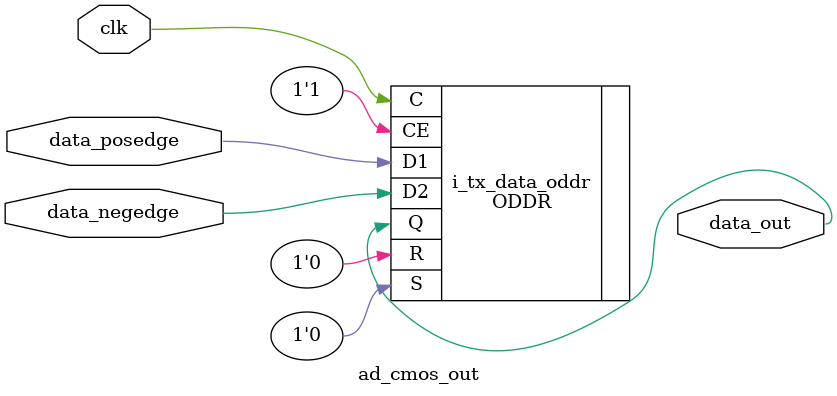
<source format=v>
`timescale 1ns / 1ps


module ad_cmos_out(
        
        // DDR clock
        clk,
        
        // DDR data input
        data_posedge,
        data_negedge,
        
        // DDR output
        data_out
    );
    
    input   clk;
    
    input   data_posedge;
    input   data_negedge;
    
    output  data_out;
    
    ODDR #(
        .DDR_CLK_EDGE ("SAME_EDGE"),
        .INIT (1'b0),
        .SRTYPE ("ASYNC"))
    i_tx_data_oddr (
        .CE (1'b1),
        .R (1'b0),
        .S (1'b0),
        .C (clk),
        .D1 (data_posedge),
        .D2 (data_negedge),
        .Q (data_out));
endmodule

</source>
